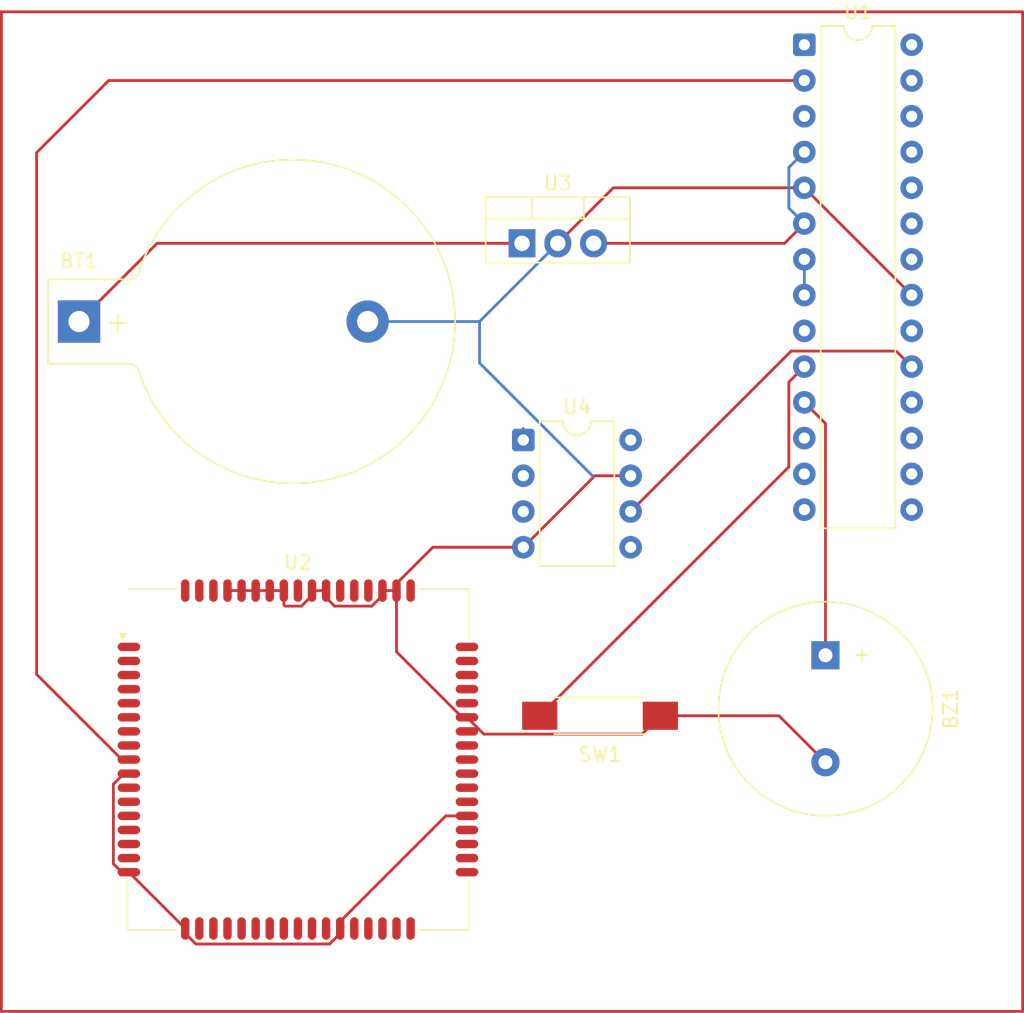
<source format=kicad_pcb>
(kicad_pcb (version 20241229) (generator "pcbnew") (generator_version "9.0")
  (layers (0 "F.Cu" signal) (2 "B.Cu" signal) (13 "F.Paste" user) (15 "B.Paste" user) (5 "F.SilkS" user "F.Silkscreen") (7 "B.SilkS" user "B.Silkscreen") (1 "F.Mask" user) (3 "B.Mask" user) (25 "Edge.Cuts" user))
  (net 0 "")
  (net 1 "Net-(BT1-+)")
  (net 2 "GND")
  (net 3 "Net-(BZ1-+)")
  (net 4 "Net-(U1-PD6)")
  (net 7 "VCC")
  (net 8 "/Crystal Oscillator")
  (net 10 "Net-(U1-ADC6)")
  (net 14 "Net-(U1-PD4)")
  (net 78 "unconnected-(U4-CT-Pad1)")
  (footprint "Package_DIP:DIP-8_W7.62mm" (layer "F.Cu") (at 141.05 73.9125)
    (property "Reference" "U4" (at 3.81 -2.33 0) (layer "F.SilkS"))
    (property "Value" "MAX9814")
    (fp_line (start 1.16 -1.33) (end 1.16 8.95) (stroke (width 0.12)) (layer "F.SilkS"))
    (fp_line (start 1.16 8.95) (end 6.46 8.95) (stroke (width 0.12)) (layer "F.SilkS"))
    (fp_line (start 2.81 -1.33) (end 1.16 -1.33) (stroke (width 0.12)) (layer "F.SilkS"))
    (fp_line (start 6.46 -1.33) (end 4.81 -1.33) (stroke (width 0.12)) (layer "F.SilkS"))
    (fp_line (start 6.46 8.95) (end 6.46 -1.33) (stroke (width 0.12)) (layer "F.SilkS"))
    (fp_arc (start 4.81 -1.33) (mid 3.81 -0.33) (end 2.81 -1.33) (stroke (width 0.12)) (layer "F.SilkS"))
    (pad "1" thru_hole roundrect (at 0 0) (size 1.6 1.6) (drill 0.8) (layers "*.Cu" "*.Mask") (roundrect_rratio 0.15625) (net 78 "unconnected-(U4-CT-Pad1)"))
    (pad "2" thru_hole circle (at 0 2.54) (size 1.6 1.6) (drill 0.8) (layers "*.Cu" "*.Mask"))
    (pad "3" thru_hole circle (at 0 5.08) (size 1.6 1.6) (drill 0.8) (layers "*.Cu" "*.Mask"))
    (pad "4" thru_hole circle (at 0 7.62) (size 1.6 1.6) (drill 0.8) (layers "*.Cu" "*.Mask") (net 2 "GND"))
    (pad "5" thru_hole circle (at 7.62 7.62) (size 1.6 1.6) (drill 0.8) (layers "*.Cu" "*.Mask"))
    (pad "6" thru_hole circle (at 7.62 5.08) (size 1.6 1.6) (drill 0.8) (layers "*.Cu" "*.Mask") (net 10 "Net-(U1-ADC6)"))
    (pad "7" thru_hole circle (at 7.62 2.54) (size 1.6 1.6) (drill 0.8) (layers "*.Cu" "*.Mask") (net 2 "GND"))
    (pad "8" thru_hole circle (at 7.62 0) (size 1.6 1.6) (drill 0.8) (layers "*.Cu" "*.Mask"))
  )
  (footprint "Button_Switch_SMD:SW_SPST_REED_CT05-XXXX-G1" (layer "F.Cu") (at 146.5 93.5)
    (property "Reference" "SW1" (at 0 2.75 0) (layer "F.SilkS"))
    (property "Value" "SW_Reed")
    (fp_line (start -3.25 -1.3) (end 3.25 -1.3) (stroke (width 0.12)) (layer "F.SilkS"))
    (fp_line (start 3.25 1.3) (end -3.25 1.3) (stroke (width 0.12)) (layer "F.SilkS"))
    (pad "1" smd rect (at -4.28 0) (size 2.5 2) (layers "F.Cu" "F.Mask" "F.Paste") (net 4 "Net-(U1-PD6)"))
    (pad "2" smd rect (at 4.28 0) (size 2.5 2) (layers "F.Cu" "F.Mask" "F.Paste") (net 2 "GND"))
  )
  (footprint "Buzzer_Beeper:Buzzer_15x7.5RM7.6" (layer "F.Cu") (at 162.5 89.2 -90)
    (property "Reference" "BZ1" (at 3.81 -8.89 90) (layer "F.SilkS"))
    (property "Value" "Buzzer")
    (fp_circle (center 3.8 0) (end 11.4 0) (stroke (width 0.12)) (fill no) (layer "F.SilkS"))
    (fp_text user "+" (at -0.01 -2.54 90) (layer "F.SilkS"))
    (pad "1" thru_hole rect (at 0 0 270) (size 2 2) (drill 1) (layers "*.Cu" "*.Mask") (net 3 "Net-(BZ1-+)"))
    (pad "2" thru_hole circle (at 7.6 0 270) (size 2 2) (drill 1) (layers "*.Cu" "*.Mask") (net 2 "GND"))
  )
  (footprint "Package_TO_SOT_THT:TO-220-3_Vertical" (layer "F.Cu") (at 140.96 59.945)
    (property "Reference" "U3" (at 2.54 -4.27 0) (layer "F.SilkS"))
    (property "Value" "LM7805_TO220")
    (fp_line (start -2.58 -3.27) (end -2.58 1.371) (stroke (width 0.12)) (layer "F.SilkS"))
    (fp_line (start -2.58 -3.27) (end 7.66 -3.27) (stroke (width 0.12)) (layer "F.SilkS"))
    (fp_line (start -2.58 -1.76) (end 7.66 -1.76) (stroke (width 0.12)) (layer "F.SilkS"))
    (fp_line (start -2.58 1.371) (end 7.66 1.371) (stroke (width 0.12)) (layer "F.SilkS"))
    (fp_line (start 0.69 -3.27) (end 0.69 -1.76) (stroke (width 0.12)) (layer "F.SilkS"))
    (fp_line (start 4.391 -3.27) (end 4.391 -1.76) (stroke (width 0.12)) (layer "F.SilkS"))
    (fp_line (start 7.66 -3.27) (end 7.66 1.371) (stroke (width 0.12)) (layer "F.SilkS"))
    (pad "1" thru_hole rect (at 0 0) (size 1.905 2) (drill 1.1) (layers "*.Cu" "*.Mask") (net 1 "Net-(BT1-+)"))
    (pad "2" thru_hole oval (at 2.54 0) (size 1.905 2) (drill 1.1) (layers "*.Cu" "*.Mask") (net 2 "GND"))
    (pad "3" thru_hole oval (at 5.08 0) (size 1.905 2) (drill 1.1) (layers "*.Cu" "*.Mask") (net 7 "VCC"))
  )
  (footprint "Battery:BatteryHolder_Keystone_103_1x20mm" (layer "F.Cu") (at 109.51 65.499999)
    (property "Reference" "BT1" (at 0 -4.3 0) (layer "F.SilkS"))
    (property "Value" "Battery")
    (fp_line (start -2.2 -3) (end 3.5 -3) (stroke (width 0.12)) (layer "F.SilkS"))
    (fp_line (start -2.2 3) (end -2.2 -3) (stroke (width 0.12)) (layer "F.SilkS"))
    (fp_line (start -2.2 3) (end 3.5 3) (stroke (width 0.12)) (layer "F.SilkS"))
    (fp_arc (start 3.5 3) (mid 3.950694 3.136459) (end 4.25 3.5) (stroke (width 0.12)) (layer "F.SilkS"))
    (fp_arc (start 4.25 -3.5) (mid 3.950694 -3.136459) (end 3.5 -3) (stroke (width 0.12)) (layer "F.SilkS"))
    (fp_arc (start 4.25 -3.5) (mid 16.971103 -11.358466) (end 26.695671 0) (stroke (width 0.12)) (layer "F.SilkS"))
    (fp_arc (start 26.695671 0) (mid 16.971103 11.358466) (end 4.25 3.5) (stroke (width 0.12)) (layer "F.SilkS"))
    (fp_text user "+" (at 2.75 0 0) (layer "F.SilkS") (effects (font (size 1.5 1.5))))
    (pad "1" thru_hole rect (at 0 0) (size 3 3) (drill 1.5) (layers "*.Cu" "*.Mask") (net 1 "Net-(BT1-+)"))
    (pad "2" thru_hole circle (at 20.49 0) (size 3 3) (drill 1.5) (layers "*.Cu" "*.Mask") (net 2 "GND"))
  )
  (footprint "RF_GSM:SIMCom_SIM900" (layer "F.Cu") (at 125.05 96.61)
    (property "Reference" "U2" (at 0 -14 0) (layer "F.SilkS"))
    (property "Value" "SIM900")
    (fp_line (start -12.11 8.6) (end -12.11 12.11) (stroke (width 0.12)) (layer "F.SilkS"))
    (fp_line (start -12.11 12.11) (end -8.6 12.11) (stroke (width 0.12)) (layer "F.SilkS"))
    (fp_line (start -12 -12.11) (end -8.6 -12.11) (stroke (width 0.12)) (layer "F.SilkS"))
    (fp_line (start 8.6 -12.11) (end 12.11 -12.11) (stroke (width 0.12)) (layer "F.SilkS"))
    (fp_line (start 8.6 12.11) (end 12.11 12.11) (stroke (width 0.12)) (layer "F.SilkS"))
    (fp_line (start 12.11 -12.11) (end 12.11 -8.6) (stroke (width 0.12)) (layer "F.SilkS"))
    (fp_line (start 12.11 8.6) (end 12.11 12.11) (stroke (width 0.12)) (layer "F.SilkS"))
    (fp_poly (pts (xy -12.43 -8.58) (xy -12.67 -8.91) (xy -12.19 -8.91) (xy -12.43 -8.58)) (stroke (width 0.12)) (fill yes) (layer "F.SilkS"))
    (pad "1" smd oval (at -12 -8) (size 1.6 0.6) (layers "F.Cu" "F.Mask" "F.Paste"))
    (pad "2" smd oval (at -12 -7) (size 1.6 0.6) (layers "F.Cu" "F.Mask" "F.Paste"))
    (pad "3" smd oval (at -12 -6) (size 1.6 0.6) (layers "F.Cu" "F.Mask" "F.Paste"))
    (pad "4" smd oval (at -12 -5) (size 1.6 0.6) (layers "F.Cu" "F.Mask" "F.Paste"))
    (pad "5" smd oval (at -12 -4) (size 1.6 0.6) (layers "F.Cu" "F.Mask" "F.Paste"))
    (pad "6" smd oval (at -12 -3) (size 1.6 0.6) (layers "F.Cu" "F.Mask" "F.Paste"))
    (pad "7" smd oval (at -12 -2) (size 1.6 0.6) (layers "F.Cu" "F.Mask" "F.Paste"))
    (pad "8" smd oval (at -12 -1) (size 1.6 0.6) (layers "F.Cu" "F.Mask" "F.Paste"))
    (pad "9" smd oval (at -12 0) (size 1.6 0.6) (layers "F.Cu" "F.Mask" "F.Paste") (net 14 "Net-(U1-PD4)"))
    (pad "10" smd oval (at -12 1) (size 1.6 0.6) (layers "F.Cu" "F.Mask" "F.Paste") (net 2 "GND"))
    (pad "11" smd oval (at -12 2) (size 1.6 0.6) (layers "F.Cu" "F.Mask" "F.Paste"))
    (pad "12" smd oval (at -12 3) (size 1.6 0.6) (layers "F.Cu" "F.Mask" "F.Paste"))
    (pad "13" smd oval (at -12 4) (size 1.6 0.6) (layers "F.Cu" "F.Mask" "F.Paste"))
    (pad "14" smd oval (at -12 5) (size 1.6 0.6) (layers "F.Cu" "F.Mask" "F.Paste"))
    (pad "15" smd oval (at -12 6) (size 1.6 0.6) (layers "F.Cu" "F.Mask" "F.Paste"))
    (pad "16" smd oval (at -12 7) (size 1.6 0.6) (layers "F.Cu" "F.Mask" "F.Paste"))
    (pad "17" smd oval (at -12 8) (size 1.6 0.6) (layers "F.Cu" "F.Mask" "F.Paste") (net 2 "GND"))
    (pad "18" smd oval (at -8 12) (size 0.6 1.6) (layers "F.Cu" "F.Mask" "F.Paste") (net 2 "GND"))
    (pad "19" smd oval (at -7 12) (size 0.6 1.6) (layers "F.Cu" "F.Mask" "F.Paste"))
    (pad "20" smd oval (at -6 12) (size 0.6 1.6) (layers "F.Cu" "F.Mask" "F.Paste"))
    (pad "21" smd oval (at -5 12) (size 0.6 1.6) (layers "F.Cu" "F.Mask" "F.Paste"))
    (pad "22" smd oval (at -4 12) (size 0.6 1.6) (layers "F.Cu" "F.Mask" "F.Paste"))
    (pad "23" smd oval (at -3 12) (size 0.6 1.6) (layers "F.Cu" "F.Mask" "F.Paste"))
    (pad "24" smd oval (at -2 12) (size 0.6 1.6) (layers "F.Cu" "F.Mask" "F.Paste"))
    (pad "25" smd oval (at -1 12) (size 0.6 1.6) (layers "F.Cu" "F.Mask" "F.Paste"))
    (pad "26" smd oval (at 0 12) (size 0.6 1.6) (layers "F.Cu" "F.Mask" "F.Paste"))
    (pad "27" smd oval (at 1 12) (size 0.6 1.6) (layers "F.Cu" "F.Mask" "F.Paste"))
    (pad "28" smd oval (at 2 12) (size 0.6 1.6) (layers "F.Cu" "F.Mask" "F.Paste"))
    (pad "29" smd oval (at 3 12) (size 0.6 1.6) (layers "F.Cu" "F.Mask" "F.Paste") (net 2 "GND"))
    (pad "30" smd oval (at 4 12) (size 0.6 1.6) (layers "F.Cu" "F.Mask" "F.Paste"))
    (pad "31" smd oval (at 5 12) (size 0.6 1.6) (layers "F.Cu" "F.Mask" "F.Paste"))
    (pad "32" smd oval (at 6 12) (size 0.6 1.6) (layers "F.Cu" "F.Mask" "F.Paste"))
    (pad "33" smd oval (at 7 12) (size 0.6 1.6) (layers "F.Cu" "F.Mask" "F.Paste"))
    (pad "34" smd oval (at 8 12) (size 0.6 1.6) (layers "F.Cu" "F.Mask" "F.Paste"))
    (pad "35" smd oval (at 12 8) (size 1.6 0.6) (layers "F.Cu" "F.Mask" "F.Paste"))
    (pad "36" smd oval (at 12 7) (size 1.6 0.6) (layers "F.Cu" "F.Mask" "F.Paste"))
    (pad "37" smd oval (at 12 6) (size 1.6 0.6) (layers "F.Cu" "F.Mask" "F.Paste"))
    (pad "38" smd oval (at 12 5) (size 1.6 0.6) (layers "F.Cu" "F.Mask" "F.Paste"))
    (pad "39" smd oval (at 12 4) (size 1.6 0.6) (layers "F.Cu" "F.Mask" "F.Paste") (net 2 "GND"))
    (pad "40" smd oval (at 12 3) (size 1.6 0.6) (layers "F.Cu" "F.Mask" "F.Paste"))
    (pad "41" smd oval (at 12 2) (size 1.6 0.6) (layers "F.Cu" "F.Mask" "F.Paste"))
    (pad "42" smd oval (at 12 1) (size 1.6 0.6) (layers "F.Cu" "F.Mask" "F.Paste"))
    (pad "43" smd oval (at 12 0) (size 1.6 0.6) (layers "F.Cu" "F.Mask" "F.Paste"))
    (pad "44" smd oval (at 12 -1) (size 1.6 0.6) (layers "F.Cu" "F.Mask" "F.Paste"))
    (pad "45" smd oval (at 12 -2) (size 1.6 0.6) (layers "F.Cu" "F.Mask" "F.Paste") (net 2 "GND"))
    (pad "46" smd oval (at 12 -3) (size 1.6 0.6) (layers "F.Cu" "F.Mask" "F.Paste") (net 2 "GND"))
    (pad "47" smd oval (at 12 -4) (size 1.6 0.6) (layers "F.Cu" "F.Mask" "F.Paste"))
    (pad "48" smd oval (at 12 -5) (size 1.6 0.6) (layers "F.Cu" "F.Mask" "F.Paste"))
    (pad "49" smd oval (at 12 -6) (size 1.6 0.6) (layers "F.Cu" "F.Mask" "F.Paste"))
    (pad "50" smd oval (at 12 -7) (size 1.6 0.6) (layers "F.Cu" "F.Mask" "F.Paste"))
    (pad "51" smd oval (at 12 -8) (size 1.6 0.6) (layers "F.Cu" "F.Mask" "F.Paste"))
    (pad "52" smd oval (at 8 -12) (size 0.6 1.6) (layers "F.Cu" "F.Mask" "F.Paste"))
    (pad "53" smd oval (at 7 -12) (size 0.6 1.6) (layers "F.Cu" "F.Mask" "F.Paste") (net 2 "GND"))
    (pad "54" smd oval (at 6 -12) (size 0.6 1.6) (layers "F.Cu" "F.Mask" "F.Paste") (net 2 "GND"))
    (pad "55" smd oval (at 5 -12) (size 0.6 1.6) (layers "F.Cu" "F.Mask" "F.Paste"))
    (pad "56" smd oval (at 4 -12) (size 0.6 1.6) (layers "F.Cu" "F.Mask" "F.Paste"))
    (pad "57" smd oval (at 3 -12) (size 0.6 1.6) (layers "F.Cu" "F.Mask" "F.Paste"))
    (pad "58" smd oval (at 2 -12) (size 0.6 1.6) (layers "F.Cu" "F.Mask" "F.Paste") (net 2 "GND"))
    (pad "59" smd oval (at 1 -12) (size 0.6 1.6) (layers "F.Cu" "F.Mask" "F.Paste") (net 2 "GND"))
    (pad "60" smd oval (at 0 -12) (size 0.6 1.6) (layers "F.Cu" "F.Mask" "F.Paste"))
    (pad "61" smd oval (at -1 -12) (size 0.6 1.6) (layers "F.Cu" "F.Mask" "F.Paste") (net 2 "GND"))
    (pad "62" smd oval (at -2 -12) (size 0.6 1.6) (layers "F.Cu" "F.Mask" "F.Paste") (net 2 "GND"))
    (pad "63" smd oval (at -3 -12) (size 0.6 1.6) (layers "F.Cu" "F.Mask" "F.Paste") (net 2 "GND"))
    (pad "64" smd oval (at -4 -12) (size 0.6 1.6) (layers "F.Cu" "F.Mask" "F.Paste") (net 2 "GND"))
    (pad "65" smd oval (at -5 -12) (size 0.6 1.6) (layers "F.Cu" "F.Mask" "F.Paste") (net 2 "GND"))
    (pad "66" smd oval (at -6 -12) (size 0.6 1.6) (layers "F.Cu" "F.Mask" "F.Paste"))
    (pad "67" smd oval (at -7 -12) (size 0.6 1.6) (layers "F.Cu" "F.Mask" "F.Paste"))
    (pad "68" smd oval (at -8 -12) (size 0.6 1.6) (layers "F.Cu" "F.Mask" "F.Paste"))
  )
  (footprint "Package_DIP:DIP-28_W7.62mm" (layer "F.Cu") (at 161 45.84)
    (property "Reference" "U1" (at 3.81 -2.33 0) (layer "F.SilkS"))
    (property "Value" "ATmega328P-A")
    (fp_line (start 1.16 -1.33) (end 1.16 34.35) (stroke (width 0.12)) (layer "F.SilkS"))
    (fp_line (start 1.16 34.35) (end 6.46 34.35) (stroke (width 0.12)) (layer "F.SilkS"))
    (fp_line (start 2.81 -1.33) (end 1.16 -1.33) (stroke (width 0.12)) (layer "F.SilkS"))
    (fp_line (start 6.46 -1.33) (end 4.81 -1.33) (stroke (width 0.12)) (layer "F.SilkS"))
    (fp_line (start 6.46 34.35) (end 6.46 -1.33) (stroke (width 0.12)) (layer "F.SilkS"))
    (fp_arc (start 4.81 -1.33) (mid 3.81 -0.33) (end 2.81 -1.33) (stroke (width 0.12)) (layer "F.SilkS"))
    (pad "1" thru_hole roundrect (at 0 0) (size 1.6 1.6) (drill 0.8) (layers "*.Cu" "*.Mask") (roundrect_rratio 0.15625))
    (pad "2" thru_hole circle (at 0 2.54) (size 1.6 1.6) (drill 0.8) (layers "*.Cu" "*.Mask") (net 14 "Net-(U1-PD4)"))
    (pad "3" thru_hole circle (at 0 5.08) (size 1.6 1.6) (drill 0.8) (layers "*.Cu" "*.Mask") (net 2 "GND"))
    (pad "4" thru_hole circle (at 0 7.62) (size 1.6 1.6) (drill 0.8) (layers "*.Cu" "*.Mask") (net 7 "VCC"))
    (pad "5" thru_hole circle (at 0 10.16) (size 1.6 1.6) (drill 0.8) (layers "*.Cu" "*.Mask") (net 2 "GND"))
    (pad "6" thru_hole circle (at 0 12.7) (size 1.6 1.6) (drill 0.8) (layers "*.Cu" "*.Mask") (net 7 "VCC"))
    (pad "7" thru_hole circle (at 0 15.24) (size 1.6 1.6) (drill 0.8) (layers "*.Cu" "*.Mask") (net 8 "/Crystal Oscillator"))
    (pad "8" thru_hole circle (at 0 17.78) (size 1.6 1.6) (drill 0.8) (layers "*.Cu" "*.Mask") (net 8 "/Crystal Oscillator"))
    (pad "9" thru_hole circle (at 0 20.32) (size 1.6 1.6) (drill 0.8) (layers "*.Cu" "*.Mask"))
    (pad "10" thru_hole circle (at 0 22.86) (size 1.6 1.6) (drill 0.8) (layers "*.Cu" "*.Mask") (net 4 "Net-(U1-PD6)"))
    (pad "11" thru_hole circle (at 0 25.4) (size 1.6 1.6) (drill 0.8) (layers "*.Cu" "*.Mask") (net 3 "Net-(BZ1-+)"))
    (pad "12" thru_hole circle (at 0 27.94) (size 1.6 1.6) (drill 0.8) (layers "*.Cu" "*.Mask"))
    (pad "13" thru_hole circle (at 0 30.48) (size 1.6 1.6) (drill 0.8) (layers "*.Cu" "*.Mask"))
    (pad "14" thru_hole circle (at 0 33.02) (size 1.6 1.6) (drill 0.8) (layers "*.Cu" "*.Mask"))
    (pad "15" thru_hole circle (at 7.62 33.02) (size 1.6 1.6) (drill 0.8) (layers "*.Cu" "*.Mask"))
    (pad "16" thru_hole circle (at 7.62 30.48) (size 1.6 1.6) (drill 0.8) (layers "*.Cu" "*.Mask"))
    (pad "17" thru_hole circle (at 7.62 27.94) (size 1.6 1.6) (drill 0.8) (layers "*.Cu" "*.Mask"))
    (pad "18" thru_hole circle (at 7.62 25.4) (size 1.6 1.6) (drill 0.8) (layers "*.Cu" "*.Mask"))
    (pad "19" thru_hole circle (at 7.62 22.86) (size 1.6 1.6) (drill 0.8) (layers "*.Cu" "*.Mask") (net 10 "Net-(U1-ADC6)"))
    (pad "20" thru_hole circle (at 7.62 20.32) (size 1.6 1.6) (drill 0.8) (layers "*.Cu" "*.Mask"))
    (pad "21" thru_hole circle (at 7.62 17.78) (size 1.6 1.6) (drill 0.8) (layers "*.Cu" "*.Mask") (net 2 "GND"))
    (pad "22" thru_hole circle (at 7.62 15.24) (size 1.6 1.6) (drill 0.8) (layers "*.Cu" "*.Mask"))
    (pad "23" thru_hole circle (at 7.62 12.7) (size 1.6 1.6) (drill 0.8) (layers "*.Cu" "*.Mask"))
    (pad "24" thru_hole circle (at 7.62 10.16) (size 1.6 1.6) (drill 0.8) (layers "*.Cu" "*.Mask"))
    (pad "25" thru_hole circle (at 7.62 7.62) (size 1.6 1.6) (drill 0.8) (layers "*.Cu" "*.Mask"))
    (pad "26" thru_hole circle (at 7.62 5.08) (size 1.6 1.6) (drill 0.8) (layers "*.Cu" "*.Mask"))
    (pad "27" thru_hole circle (at 7.62 2.54) (size 1.6 1.6) (drill 0.8) (layers "*.Cu" "*.Mask"))
    (pad "28" thru_hole circle (at 7.62 0) (size 1.6 1.6) (drill 0.8) (layers "*.Cu" "*.Mask"))
  )
  (gr_rect (start 104 43.5) (end 176.5 114.5) (stroke (width 0.2)) (fill no) (layer "F.Cu"))
  (segment (start 109.51 65.49) (end 115.055 59.945) (width 0.2) (layer "F.Cu") (net 1))
  (segment (start 115.055 59.945) (end 140.96 59.945) (width 0.2) (layer "F.Cu") (net 1))
  (segment (start 109.51 65.499999) (end 109.51 65.49) (width 0.2) (layer "F.Cu") (net 1))
  (segment (start 134.6275 81.5325) (end 132.05 84.11) (width 0.2) (layer "F.Cu") (net 2))
  (segment (start 117.05 108.61) (end 113.05 104.61) (width 0.2) (layer "F.Cu") (net 2))
  (segment (start 128.05 108.61) (end 128.05 108.959942) (width 0.2) (layer "F.Cu") (net 2))
  (segment (start 159.2 93.5) (end 150.78 93.5) (width 0.2) (layer "F.Cu") (net 2))
  (segment (start 136.700058 93.61) (end 132.05 88.959942) (width 0.2) (layer "F.Cu") (net 2))
  (segment (start 148.67 76.4525) (end 146.13 76.4525) (width 0.2) (layer "F.Cu") (net 2))
  (segment (start 112.700058 97.61) (end 113.05 97.61) (width 0.2) (layer "F.Cu") (net 2))
  (segment (start 124.151 85.711) (end 124.05 85.61) (width 0.2) (layer "F.Cu") (net 2))
  (segment (start 143.5 59.945) (end 143.5 60) (width 0.2) (layer "F.Cu") (net 2))
  (segment (start 125.298942 85.711) (end 124.151 85.711) (width 0.2) (layer "F.Cu") (net 2))
  (segment (start 127.05 85.11) (end 127.05 84.61) (width 0.2) (layer "F.Cu") (net 2))
  (segment (start 111.949 98.361058) (end 112.700058 97.61) (width 0.2) (layer "F.Cu") (net 2))
  (segment (start 128.05 108.959942) (end 127.298942 109.711) (width 0.2) (layer "F.Cu") (net 2))
  (segment (start 127.298942 109.711) (end 117.801058 109.711) (width 0.2) (layer "F.Cu") (net 2))
  (segment (start 137.05 93.61) (end 136.700058 93.61) (width 0.2) (layer "F.Cu") (net 2))
  (segment (start 117.05 108.959942) (end 117.05 108.61) (width 0.2) (layer "F.Cu") (net 2))
  (segment (start 141.05 81.5325) (end 134.6275 81.5325) (width 0.2) (layer "F.Cu") (net 2))
  (segment (start 113.05 104.61) (end 112.55 104.61) (width 0.2) (layer "F.Cu") (net 2))
  (segment (start 143.5 59.945) (end 147.445 56) (width 0.2) (layer "F.Cu") (net 2))
  (segment (start 132.05 84.61) (end 131.05 84.61) (width 0.2) (layer "F.Cu") (net 2))
  (segment (start 161 56) (end 168.62 63.62) (width 0.2) (layer "F.Cu") (net 2))
  (segment (start 124.05 85.61) (end 124.05 84.61) (width 0.2) (layer "F.Cu") (net 2))
  (segment (start 146.13 76.4525) (end 141.05 81.5325) (width 0.2) (layer "F.Cu") (net 2))
  (segment (start 124.05 84.61) (end 120.05 84.61) (width 0.2) (layer "F.Cu") (net 2))
  (segment (start 138.241 94.801) (end 137.05 93.61) (width 0.2) (layer "F.Cu") (net 2))
  (segment (start 111.949 104.009) (end 111.949 98.361058) (width 0.2) (layer "F.Cu") (net 2))
  (segment (start 162.5 96.8) (end 159.2 93.5) (width 0.2) (layer "F.Cu") (net 2))
  (segment (start 149.479 94.801) (end 138.241 94.801) (width 0.2) (layer "F.Cu") (net 2))
  (segment (start 137.05 100.61) (end 135.55 100.61) (width 0.2) (layer "F.Cu") (net 2))
  (segment (start 130.298942 85.711) (end 127.651 85.711) (width 0.2) (layer "F.Cu") (net 2))
  (segment (start 132.05 84.11) (end 132.05 84.61) (width 0.2) (layer "F.Cu") (net 2))
  (segment (start 128.05 108.11) (end 128.05 108.61) (width 0.2) (layer "F.Cu") (net 2))
  (segment (start 126.05 84.61) (end 126.05 84.959942) (width 0.2) (layer "F.Cu") (net 2))
  (segment (start 131.05 84.61) (end 131.05 84.959942) (width 0.2) (layer "F.Cu") (net 2))
  (segment (start 117.801058 109.711) (end 117.05 108.959942) (width 0.2) (layer "F.Cu") (net 2))
  (segment (start 131.05 84.959942) (end 130.298942 85.711) (width 0.2) (layer "F.Cu") (net 2))
  (segment (start 135.55 100.61) (end 128.05 108.11) (width 0.2) (layer "F.Cu") (net 2))
  (segment (start 147.445 56) (end 161 56) (width 0.2) (layer "F.Cu") (net 2))
  (segment (start 150.78 93.5) (end 149.479 94.801) (width 0.2) (layer "F.Cu") (net 2))
  (segment (start 126.05 84.959942) (end 125.298942 85.711) (width 0.2) (layer "F.Cu") (net 2))
  (segment (start 112.55 104.61) (end 111.949 104.009) (width 0.2) (layer "F.Cu") (net 2))
  (segment (start 132.05 88.959942) (end 132.05 84.61) (width 0.2) (layer "F.Cu") (net 2))
  (segment (start 127.05 84.61) (end 126.05 84.61) (width 0.2) (layer "F.Cu") (net 2))
  (segment (start 127.651 85.711) (end 127.05 85.11) (width 0.2) (layer "F.Cu") (net 2))
  (segment (start 143.5 60.5) (end 143.5 59.945) (width 0.2) (layer "B.Cu") (net 2))
  (segment (start 137.945001 68.445001) (end 146 76.5) (width 0.2) (layer "B.Cu") (net 2))
  (segment (start 137.945001 65.499999) (end 137.945001 68.445001) (width 0.2) (layer "B.Cu") (net 2))
  (segment (start 137.945001 65.499999) (end 143.5 59.945) (width 0.2) (layer "B.Cu") (net 2))
  (segment (start 130 65.499999) (end 137.945001 65.499999) (width 0.2) (layer "B.Cu") (net 2))
  (segment (start 161 71.24) (end 162.5 72.74) (width 0.2) (layer "F.Cu") (net 3))
  (segment (start 162.5 72.74) (end 162.5 89.2) (width 0.2) (layer "F.Cu") (net 3))
  (segment (start 162.5 89) (end 162.5 89.2) (width 0.2) (layer "B.Cu") (net 3))
  (segment (start 159.899 75.821) (end 142.22 93.5) (width 0.2) (layer "F.Cu") (net 4))
  (segment (start 159.899 69.801) (end 159.899 75.821) (width 0.2) (layer "F.Cu") (net 4))
  (segment (start 161 68.7) (end 159.899 69.801) (width 0.2) (layer "F.Cu") (net 4))
  (segment (start 146.04 59.945) (end 159.595 59.945) (width 0.2) (layer "F.Cu") (net 7))
  (segment (start 159.595 59.945) (end 161 58.54) (width 0.2) (layer "F.Cu") (net 7))
  (segment (start 159.899 57.439) (end 159.899 54.561) (width 0.2) (layer "B.Cu") (net 7))
  (segment (start 159.899 54.561) (end 161 53.46) (width 0.2) (layer "B.Cu") (net 7))
  (segment (start 146.04 59.945) (end 146.055 59.945) (width 0.2) (layer "B.Cu") (net 7))
  (segment (start 161 58.54) (end 159.899 57.439) (width 0.2) (layer "B.Cu") (net 7))
  (segment (start 161 61.08) (end 161 63.62) (width 0.2) (layer "B.Cu") (net 8))
  (segment (start 160.0635 67.599) (end 148.67 78.9925) (width 0.2) (layer "F.Cu") (net 10))
  (segment (start 168.62 68.7) (end 167.519 67.599) (width 0.2) (layer "F.Cu") (net 10))
  (segment (start 167.519 67.599) (end 160.0635 67.599) (width 0.2) (layer "F.Cu") (net 10))
  (segment (start 106.5 90.56) (end 106.5 53.5) (width 0.2) (layer "F.Cu") (net 14))
  (segment (start 106.5 53.5) (end 111.62 48.38) (width 0.2) (layer "F.Cu") (net 14))
  (segment (start 113.05 96.61) (end 112.55 96.61) (width 0.2) (layer "F.Cu") (net 14))
  (segment (start 112.55 96.61) (end 106.5 90.56) (width 0.2) (layer "F.Cu") (net 14))
  (segment (start 111.62 48.38) (end 161 48.38) (width 0.2) (layer "F.Cu") (net 14))
  (segment (start 141.05 73.9125) (end 141.05 73.1105) (width 0.2) (layer "F.Cu") (net 78))
)
</source>
